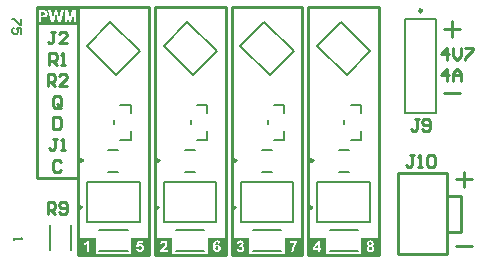
<source format=gto>
G04*
G04 #@! TF.GenerationSoftware,Altium Limited,Altium Designer,22.11.1 (43)*
G04*
G04 Layer_Color=65535*
%FSLAX44Y44*%
%MOMM*%
G71*
G04*
G04 #@! TF.SameCoordinates,C7E27A77-0888-4956-AA08-943BE8D70555*
G04*
G04*
G04 #@! TF.FilePolarity,Positive*
G04*
G01*
G75*
%ADD10C,0.2500*%
%ADD11C,0.2540*%
%ADD12C,0.2000*%
%ADD13C,0.1500*%
G36*
X140000Y45000D02*
X125000D01*
Y60000D01*
X140000D01*
Y45000D01*
D02*
G37*
G36*
X225000D02*
X210000D01*
Y60000D01*
X225000D01*
Y45000D01*
D02*
G37*
G36*
X80000Y240000D02*
X45000D01*
Y255000D01*
X80000D01*
Y240000D01*
D02*
G37*
G36*
X290000Y45000D02*
X275000D01*
Y60000D01*
X290000D01*
Y45000D01*
D02*
G37*
G36*
X95000D02*
X80000D01*
Y60000D01*
X95000D01*
Y45000D01*
D02*
G37*
G36*
X205000D02*
X190000D01*
Y60000D01*
X205000D01*
Y45000D01*
D02*
G37*
G36*
X270000D02*
X255000D01*
Y60000D01*
X270000D01*
Y45000D01*
D02*
G37*
G36*
X160000D02*
X145000D01*
Y60000D01*
X160000D01*
Y45000D01*
D02*
G37*
G36*
X335000D02*
X320000D01*
Y60000D01*
X335000D01*
Y45000D01*
D02*
G37*
%LPC*%
G36*
X135348Y57406D02*
X130400D01*
X129441Y52317D01*
X130949Y52105D01*
X131076Y52232D01*
X131203Y52345D01*
X131330Y52444D01*
X131457Y52528D01*
X131697Y52655D01*
X131922Y52740D01*
X132119Y52782D01*
X132260Y52810D01*
X132317Y52824D01*
X132401D01*
X132627Y52810D01*
X132838Y52754D01*
X133022Y52683D01*
X133177Y52599D01*
X133289Y52500D01*
X133388Y52429D01*
X133444Y52373D01*
X133459Y52359D01*
X133600Y52176D01*
X133698Y51964D01*
X133769Y51739D01*
X133811Y51513D01*
X133853Y51316D01*
X133867Y51161D01*
Y51090D01*
Y51048D01*
Y51020D01*
Y51006D01*
X133853Y50667D01*
X133811Y50371D01*
X133741Y50132D01*
X133670Y49934D01*
X133586Y49765D01*
X133529Y49652D01*
X133473Y49596D01*
X133459Y49568D01*
X133303Y49413D01*
X133134Y49286D01*
X132965Y49201D01*
X132810Y49145D01*
X132669Y49117D01*
X132556Y49103D01*
X132486Y49089D01*
X132458D01*
X132275Y49103D01*
X132091Y49145D01*
X131936Y49201D01*
X131809Y49272D01*
X131697Y49342D01*
X131612Y49399D01*
X131556Y49441D01*
X131541Y49455D01*
X131414Y49610D01*
X131302Y49765D01*
X131217Y49934D01*
X131161Y50089D01*
X131118Y50230D01*
X131090Y50357D01*
X131076Y50428D01*
Y50456D01*
X129215Y50259D01*
X129258Y50033D01*
X129300Y49822D01*
X129441Y49441D01*
X129596Y49103D01*
X129681Y48962D01*
X129779Y48821D01*
X129864Y48708D01*
X129934Y48609D01*
X130019Y48525D01*
X130075Y48440D01*
X130132Y48384D01*
X130174Y48341D01*
X130202Y48327D01*
X130216Y48313D01*
X130386Y48186D01*
X130555Y48074D01*
X130738Y47975D01*
X130921Y47904D01*
X131302Y47763D01*
X131640Y47679D01*
X131809Y47651D01*
X131950Y47636D01*
X132091Y47622D01*
X132204Y47608D01*
X132303Y47594D01*
X132430D01*
X132740Y47608D01*
X133036Y47651D01*
X133303Y47707D01*
X133557Y47792D01*
X133797Y47890D01*
X134008Y48003D01*
X134206Y48116D01*
X134389Y48243D01*
X134544Y48355D01*
X134685Y48468D01*
X134812Y48581D01*
X134911Y48680D01*
X134981Y48764D01*
X135037Y48821D01*
X135066Y48863D01*
X135080Y48877D01*
X135207Y49060D01*
X135319Y49244D01*
X135404Y49427D01*
X135489Y49624D01*
X135616Y49991D01*
X135700Y50329D01*
X135728Y50470D01*
X135742Y50611D01*
X135771Y50738D01*
Y50851D01*
X135785Y50935D01*
Y51048D01*
X135771Y51316D01*
X135742Y51570D01*
X135700Y51809D01*
X135644Y52035D01*
X135587Y52232D01*
X135503Y52429D01*
X135432Y52613D01*
X135348Y52768D01*
X135263Y52909D01*
X135192Y53036D01*
X135108Y53148D01*
X135052Y53233D01*
X134995Y53303D01*
X134953Y53360D01*
X134925Y53388D01*
X134911Y53402D01*
X134741Y53557D01*
X134572Y53698D01*
X134389Y53825D01*
X134206Y53938D01*
X134037Y54022D01*
X133853Y54093D01*
X133529Y54206D01*
X133374Y54248D01*
X133233Y54276D01*
X133106Y54290D01*
X133007Y54304D01*
X132923Y54318D01*
X132796D01*
X132556Y54304D01*
X132317Y54262D01*
X132105Y54220D01*
X131908Y54163D01*
X131753Y54093D01*
X131626Y54051D01*
X131541Y54008D01*
X131527Y53994D01*
X131513D01*
X131809Y55658D01*
X135348D01*
Y57406D01*
D02*
G37*
G36*
X217528Y57497D02*
X217401D01*
X217105Y57483D01*
X216837Y57455D01*
X216584Y57399D01*
X216372Y57342D01*
X216203Y57286D01*
X216062Y57230D01*
X215977Y57201D01*
X215963Y57187D01*
X215949D01*
X215724Y57060D01*
X215512Y56919D01*
X215343Y56778D01*
X215202Y56652D01*
X215089Y56525D01*
X215005Y56426D01*
X214948Y56370D01*
X214934Y56341D01*
X214807Y56130D01*
X214695Y55904D01*
X214610Y55665D01*
X214526Y55439D01*
X214469Y55228D01*
X214427Y55073D01*
X214413Y55002D01*
Y54960D01*
X214399Y54932D01*
Y54918D01*
X216119Y54636D01*
X216161Y54861D01*
X216217Y55059D01*
X216274Y55228D01*
X216344Y55355D01*
X216415Y55467D01*
X216471Y55552D01*
X216513Y55594D01*
X216527Y55608D01*
X216654Y55721D01*
X216795Y55806D01*
X216936Y55862D01*
X217063Y55904D01*
X217176Y55933D01*
X217260Y55947D01*
X217345D01*
X217514Y55933D01*
X217683Y55904D01*
X217810Y55848D01*
X217923Y55806D01*
X218022Y55749D01*
X218078Y55693D01*
X218120Y55665D01*
X218134Y55651D01*
X218233Y55538D01*
X218304Y55397D01*
X218360Y55270D01*
X218388Y55143D01*
X218416Y55030D01*
X218430Y54946D01*
Y54889D01*
Y54861D01*
X218416Y54650D01*
X218374Y54467D01*
X218304Y54311D01*
X218233Y54185D01*
X218148Y54072D01*
X218092Y54001D01*
X218036Y53945D01*
X218022Y53931D01*
X217852Y53818D01*
X217669Y53734D01*
X217472Y53677D01*
X217288Y53635D01*
X217119Y53621D01*
X216978Y53607D01*
X216852D01*
X216654Y52098D01*
X216837Y52140D01*
X216992Y52183D01*
X217148Y52211D01*
X217274Y52225D01*
X217373Y52239D01*
X217514D01*
X217712Y52225D01*
X217881Y52169D01*
X218036Y52112D01*
X218177Y52028D01*
X218275Y51957D01*
X218360Y51887D01*
X218416Y51830D01*
X218430Y51816D01*
X218557Y51647D01*
X218656Y51464D01*
X218726Y51281D01*
X218783Y51097D01*
X218811Y50928D01*
X218825Y50801D01*
Y50717D01*
Y50703D01*
Y50689D01*
X218811Y50421D01*
X218769Y50181D01*
X218698Y49970D01*
X218628Y49800D01*
X218543Y49674D01*
X218487Y49575D01*
X218430Y49504D01*
X218416Y49490D01*
X218261Y49349D01*
X218092Y49237D01*
X217937Y49166D01*
X217782Y49110D01*
X217641Y49082D01*
X217542Y49067D01*
X217472Y49053D01*
X217444D01*
X217246Y49067D01*
X217077Y49110D01*
X216922Y49166D01*
X216781Y49237D01*
X216682Y49293D01*
X216598Y49349D01*
X216541Y49392D01*
X216527Y49406D01*
X216400Y49561D01*
X216288Y49730D01*
X216217Y49913D01*
X216147Y50082D01*
X216104Y50237D01*
X216076Y50364D01*
X216062Y50449D01*
Y50463D01*
Y50477D01*
X214258Y50251D01*
X214286Y50026D01*
X214342Y49815D01*
X214469Y49420D01*
X214624Y49082D01*
X214723Y48941D01*
X214807Y48800D01*
X214892Y48673D01*
X214977Y48574D01*
X215047Y48475D01*
X215118Y48405D01*
X215174Y48348D01*
X215216Y48306D01*
X215245Y48278D01*
X215259Y48264D01*
X215428Y48137D01*
X215611Y48010D01*
X215780Y47911D01*
X215977Y47827D01*
X216344Y47686D01*
X216682Y47601D01*
X216852Y47573D01*
X216992Y47545D01*
X217119Y47531D01*
X217232Y47517D01*
X217331Y47503D01*
X217458D01*
X217712Y47517D01*
X217965Y47545D01*
X218191Y47587D01*
X218416Y47644D01*
X218614Y47714D01*
X218811Y47785D01*
X218994Y47869D01*
X219149Y47954D01*
X219290Y48038D01*
X219431Y48123D01*
X219530Y48193D01*
X219629Y48264D01*
X219699Y48320D01*
X219755Y48362D01*
X219784Y48391D01*
X219798Y48405D01*
X219967Y48574D01*
X220108Y48757D01*
X220235Y48941D01*
X220348Y49124D01*
X220432Y49321D01*
X220517Y49504D01*
X220630Y49843D01*
X220658Y49998D01*
X220686Y50153D01*
X220714Y50280D01*
X220728Y50392D01*
X220742Y50477D01*
Y50604D01*
X220714Y50928D01*
X220658Y51210D01*
X220587Y51478D01*
X220489Y51689D01*
X220390Y51873D01*
X220319Y52000D01*
X220263Y52084D01*
X220235Y52112D01*
X220037Y52324D01*
X219812Y52507D01*
X219586Y52648D01*
X219375Y52761D01*
X219192Y52845D01*
X219037Y52888D01*
X218980Y52916D01*
X218938D01*
X218910Y52930D01*
X218896D01*
X219149Y53085D01*
X219361Y53240D01*
X219544Y53409D01*
X219713Y53578D01*
X219854Y53748D01*
X219967Y53917D01*
X220052Y54086D01*
X220136Y54241D01*
X220193Y54396D01*
X220235Y54537D01*
X220263Y54664D01*
X220277Y54777D01*
X220291Y54861D01*
X220305Y54932D01*
Y54974D01*
Y54988D01*
X220291Y55157D01*
X220277Y55312D01*
X220193Y55623D01*
X220094Y55904D01*
X219967Y56144D01*
X219840Y56341D01*
X219727Y56482D01*
X219685Y56539D01*
X219643Y56581D01*
X219629Y56595D01*
X219615Y56609D01*
X219459Y56764D01*
X219276Y56905D01*
X219107Y57018D01*
X218924Y57117D01*
X218726Y57215D01*
X218543Y57286D01*
X218191Y57385D01*
X218036Y57427D01*
X217881Y57455D01*
X217754Y57469D01*
X217627Y57483D01*
X217528Y57497D01*
D02*
G37*
G36*
X78162Y252377D02*
X75201D01*
X73467Y245710D01*
X71719Y252377D01*
X68773D01*
Y242622D01*
X70592D01*
Y250291D01*
X72509Y242622D01*
X74412D01*
X76329Y250291D01*
X76343Y242622D01*
X78162D01*
Y252377D01*
D02*
G37*
G36*
X67772D02*
X65785D01*
X64290Y245555D01*
X62599Y252377D01*
X60230D01*
X58454Y245667D01*
X56988Y252377D01*
X54972D01*
X57284Y242622D01*
X59427D01*
X61372Y249911D01*
X63289Y242622D01*
X65418D01*
X67772Y252377D01*
D02*
G37*
G36*
X50433D02*
X46838D01*
Y242622D01*
X48812D01*
Y246302D01*
X50560D01*
X50771Y246316D01*
X50969D01*
X51152Y246330D01*
X51321Y246344D01*
X51476Y246358D01*
X51603Y246372D01*
X51730D01*
X51829Y246386D01*
X51927Y246400D01*
X51998Y246415D01*
X52054D01*
X52096Y246429D01*
X52125D01*
X52322Y246485D01*
X52505Y246556D01*
X52674Y246626D01*
X52829Y246711D01*
X52956Y246781D01*
X53055Y246837D01*
X53111Y246880D01*
X53140Y246894D01*
X53323Y247035D01*
X53478Y247190D01*
X53633Y247359D01*
X53746Y247500D01*
X53844Y247641D01*
X53915Y247754D01*
X53957Y247824D01*
X53971Y247852D01*
X54084Y248092D01*
X54169Y248346D01*
X54225Y248614D01*
X54267Y248853D01*
X54296Y249051D01*
Y249149D01*
X54310Y249220D01*
Y249375D01*
X54282Y249784D01*
X54225Y250164D01*
X54126Y250474D01*
X54028Y250756D01*
X53971Y250869D01*
X53915Y250968D01*
X53873Y251052D01*
X53816Y251137D01*
X53788Y251193D01*
X53760Y251236D01*
X53732Y251250D01*
Y251264D01*
X53506Y251518D01*
X53281Y251729D01*
X53041Y251898D01*
X52829Y252025D01*
X52632Y252110D01*
X52477Y252180D01*
X52421Y252194D01*
X52378Y252208D01*
X52350Y252222D01*
X52336D01*
X52223Y252251D01*
X52082Y252279D01*
X51913Y252293D01*
X51744Y252307D01*
X51349Y252335D01*
X50955Y252363D01*
X50588D01*
X50433Y252377D01*
D02*
G37*
%LPD*%
G36*
X50419Y250714D02*
X50546D01*
X50673Y250700D01*
X50856D01*
X50997Y250686D01*
X51095Y250672D01*
X51152Y250658D01*
X51166D01*
X51335Y250615D01*
X51490Y250559D01*
X51631Y250489D01*
X51744Y250404D01*
X51829Y250333D01*
X51899Y250277D01*
X51941Y250235D01*
X51955Y250221D01*
X52068Y250080D01*
X52139Y249939D01*
X52195Y249784D01*
X52237Y249643D01*
X52266Y249516D01*
X52280Y249417D01*
Y249361D01*
Y249333D01*
X52266Y249177D01*
X52252Y249037D01*
X52209Y248910D01*
X52167Y248797D01*
X52125Y248698D01*
X52096Y248628D01*
X52068Y248585D01*
X52054Y248571D01*
X51969Y248459D01*
X51857Y248360D01*
X51758Y248275D01*
X51659Y248205D01*
X51575Y248162D01*
X51504Y248120D01*
X51448Y248106D01*
X51434Y248092D01*
X51349Y248064D01*
X51251Y248050D01*
X51025Y248008D01*
X50771Y247979D01*
X50518Y247965D01*
X50264D01*
X50165Y247951D01*
X48812D01*
Y250728D01*
X50278D01*
X50419Y250714D01*
D02*
G37*
%LPC*%
G36*
X284798Y57399D02*
X283219D01*
X278990Y51182D01*
Y49561D01*
X282993D01*
Y47601D01*
X284798D01*
Y49561D01*
X286010D01*
Y51196D01*
X284798D01*
Y57399D01*
D02*
G37*
%LPD*%
G36*
X282993Y51196D02*
X280724D01*
X282993Y54551D01*
Y51196D01*
D02*
G37*
%LPC*%
G36*
X89643Y57406D02*
X88120D01*
X87979Y57081D01*
X87796Y56785D01*
X87599Y56504D01*
X87401Y56278D01*
X87232Y56095D01*
X87077Y55954D01*
X87021Y55897D01*
X86978Y55855D01*
X86950Y55841D01*
X86936Y55827D01*
X86626Y55601D01*
X86330Y55404D01*
X86062Y55249D01*
X85822Y55136D01*
X85625Y55052D01*
X85484Y54981D01*
X85428Y54967D01*
X85386Y54953D01*
X85371Y54939D01*
X85357D01*
Y53247D01*
X85865Y53444D01*
X86316Y53656D01*
X86527Y53769D01*
X86725Y53896D01*
X86908Y54008D01*
X87077Y54121D01*
X87232Y54234D01*
X87373Y54333D01*
X87486Y54417D01*
X87585Y54502D01*
X87669Y54572D01*
X87726Y54615D01*
X87754Y54643D01*
X87768Y54657D01*
Y47594D01*
X89643D01*
Y57406D01*
D02*
G37*
G36*
X197916Y57497D02*
X197803D01*
X197507Y57483D01*
X197239Y57441D01*
X196971Y57385D01*
X196732Y57314D01*
X196506Y57215D01*
X196281Y57117D01*
X196097Y57004D01*
X195914Y56905D01*
X195759Y56792D01*
X195618Y56680D01*
X195505Y56581D01*
X195407Y56482D01*
X195322Y56412D01*
X195266Y56356D01*
X195238Y56313D01*
X195223Y56299D01*
X195054Y56059D01*
X194899Y55792D01*
X194772Y55496D01*
X194660Y55200D01*
X194561Y54875D01*
X194476Y54551D01*
X194406Y54227D01*
X194363Y53917D01*
X194321Y53621D01*
X194293Y53339D01*
X194265Y53085D01*
X194251Y52860D01*
X194237Y52676D01*
Y52422D01*
X194251Y51943D01*
X194279Y51506D01*
X194321Y51097D01*
X194392Y50731D01*
X194462Y50378D01*
X194533Y50068D01*
X194617Y49800D01*
X194716Y49547D01*
X194800Y49335D01*
X194885Y49152D01*
X194956Y48997D01*
X195040Y48870D01*
X195096Y48771D01*
X195139Y48701D01*
X195167Y48659D01*
X195181Y48644D01*
X195364Y48447D01*
X195562Y48264D01*
X195759Y48109D01*
X195970Y47982D01*
X196168Y47869D01*
X196379Y47785D01*
X196577Y47700D01*
X196760Y47644D01*
X196943Y47601D01*
X197098Y47559D01*
X197253Y47545D01*
X197380Y47517D01*
X197479D01*
X197549Y47503D01*
X197620D01*
X197874Y47517D01*
X198113Y47545D01*
X198339Y47587D01*
X198550Y47644D01*
X198762Y47714D01*
X198945Y47785D01*
X199114Y47869D01*
X199269Y47954D01*
X199410Y48038D01*
X199523Y48123D01*
X199636Y48193D01*
X199720Y48264D01*
X199791Y48320D01*
X199833Y48362D01*
X199861Y48391D01*
X199875Y48405D01*
X200030Y48574D01*
X200171Y48771D01*
X200284Y48969D01*
X200383Y49166D01*
X200481Y49363D01*
X200552Y49561D01*
X200651Y49956D01*
X200693Y50125D01*
X200721Y50294D01*
X200735Y50435D01*
X200749Y50562D01*
X200763Y50674D01*
Y50815D01*
X200749Y51083D01*
X200721Y51323D01*
X200679Y51563D01*
X200637Y51774D01*
X200566Y51986D01*
X200496Y52169D01*
X200425Y52352D01*
X200341Y52507D01*
X200256Y52648D01*
X200186Y52775D01*
X200115Y52874D01*
X200044Y52972D01*
X200002Y53043D01*
X199960Y53085D01*
X199932Y53113D01*
X199918Y53127D01*
X199763Y53282D01*
X199593Y53423D01*
X199424Y53550D01*
X199255Y53649D01*
X199086Y53734D01*
X198917Y53804D01*
X198607Y53917D01*
X198466Y53959D01*
X198325Y53987D01*
X198212Y54001D01*
X198113Y54015D01*
X198029Y54029D01*
X197916D01*
X197719Y54015D01*
X197535Y53987D01*
X197366Y53959D01*
X197197Y53903D01*
X196901Y53762D01*
X196647Y53621D01*
X196450Y53466D01*
X196365Y53395D01*
X196295Y53325D01*
X196238Y53268D01*
X196196Y53240D01*
X196182Y53212D01*
X196168Y53198D01*
X196196Y53494D01*
X196224Y53776D01*
X196252Y54029D01*
X196295Y54255D01*
X196337Y54452D01*
X196379Y54636D01*
X196422Y54791D01*
X196478Y54932D01*
X196520Y55059D01*
X196549Y55157D01*
X196591Y55242D01*
X196619Y55298D01*
X196647Y55355D01*
X196675Y55383D01*
X196689Y55411D01*
X196845Y55594D01*
X197014Y55721D01*
X197183Y55820D01*
X197338Y55876D01*
X197479Y55918D01*
X197592Y55933D01*
X197662Y55947D01*
X197690D01*
X197845Y55933D01*
X198001Y55904D01*
X198127Y55862D01*
X198226Y55820D01*
X198311Y55764D01*
X198367Y55721D01*
X198409Y55693D01*
X198423Y55679D01*
X198522Y55566D01*
X198592Y55439D01*
X198663Y55298D01*
X198705Y55171D01*
X198734Y55044D01*
X198762Y54946D01*
X198776Y54889D01*
Y54861D01*
X200580Y55059D01*
X200481Y55482D01*
X200341Y55834D01*
X200186Y56144D01*
X200030Y56412D01*
X199875Y56609D01*
X199819Y56680D01*
X199748Y56750D01*
X199706Y56792D01*
X199664Y56835D01*
X199650Y56863D01*
X199636D01*
X199495Y56976D01*
X199354Y57074D01*
X199044Y57230D01*
X198734Y57342D01*
X198452Y57413D01*
X198198Y57469D01*
X198085Y57483D01*
X197986D01*
X197916Y57497D01*
D02*
G37*
%LPD*%
G36*
X197817Y52634D02*
X198001Y52578D01*
X198155Y52507D01*
X198297Y52422D01*
X198409Y52338D01*
X198480Y52267D01*
X198536Y52211D01*
X198550Y52197D01*
X198677Y52014D01*
X198776Y51788D01*
X198832Y51549D01*
X198889Y51323D01*
X198917Y51111D01*
X198931Y50942D01*
Y50886D01*
Y50830D01*
Y50801D01*
Y50787D01*
X198917Y50463D01*
X198874Y50181D01*
X198818Y49956D01*
X198762Y49772D01*
X198691Y49631D01*
X198635Y49533D01*
X198592Y49462D01*
X198578Y49448D01*
X198438Y49321D01*
X198297Y49222D01*
X198141Y49152D01*
X198015Y49110D01*
X197888Y49082D01*
X197789Y49053D01*
X197704D01*
X197507Y49082D01*
X197324Y49138D01*
X197169Y49208D01*
X197028Y49307D01*
X196915Y49392D01*
X196816Y49476D01*
X196760Y49533D01*
X196746Y49547D01*
X196605Y49744D01*
X196506Y49970D01*
X196436Y50209D01*
X196393Y50435D01*
X196365Y50646D01*
X196337Y50801D01*
Y50872D01*
Y50914D01*
Y50942D01*
Y50956D01*
X196351Y51252D01*
X196393Y51506D01*
X196450Y51718D01*
X196520Y51901D01*
X196591Y52028D01*
X196647Y52126D01*
X196689Y52197D01*
X196703Y52211D01*
X196845Y52352D01*
X197000Y52465D01*
X197155Y52535D01*
X197296Y52592D01*
X197423Y52620D01*
X197535Y52648D01*
X197620D01*
X197817Y52634D01*
D02*
G37*
%LPC*%
G36*
X265700Y57314D02*
X259300D01*
Y55580D01*
X263543D01*
X263078Y54946D01*
X262669Y54283D01*
X262472Y53973D01*
X262303Y53649D01*
X262148Y53353D01*
X262007Y53071D01*
X261880Y52803D01*
X261767Y52563D01*
X261668Y52338D01*
X261584Y52155D01*
X261527Y52014D01*
X261485Y51901D01*
X261457Y51830D01*
X261443Y51802D01*
X261302Y51407D01*
X261175Y51027D01*
X261076Y50646D01*
X260977Y50280D01*
X260907Y49913D01*
X260837Y49575D01*
X260780Y49251D01*
X260738Y48955D01*
X260696Y48687D01*
X260667Y48433D01*
X260639Y48222D01*
X260625Y48038D01*
Y47883D01*
X260611Y47771D01*
Y47714D01*
Y47686D01*
X262415D01*
X262430Y48179D01*
X262472Y48687D01*
X262542Y49180D01*
X262570Y49406D01*
X262613Y49631D01*
X262655Y49829D01*
X262697Y50026D01*
X262726Y50181D01*
X262754Y50322D01*
X262782Y50449D01*
X262810Y50533D01*
X262824Y50590D01*
Y50604D01*
X263008Y51210D01*
X263205Y51788D01*
X263304Y52056D01*
X263416Y52310D01*
X263515Y52549D01*
X263614Y52775D01*
X263712Y52972D01*
X263797Y53155D01*
X263881Y53325D01*
X263938Y53452D01*
X263994Y53564D01*
X264037Y53635D01*
X264065Y53691D01*
X264079Y53705D01*
X264234Y53973D01*
X264389Y54227D01*
X264530Y54452D01*
X264671Y54678D01*
X264812Y54875D01*
X264953Y55059D01*
X265080Y55228D01*
X265193Y55383D01*
X265305Y55524D01*
X265404Y55637D01*
X265489Y55735D01*
X265559Y55820D01*
X265615Y55876D01*
X265658Y55918D01*
X265686Y55947D01*
X265700Y55961D01*
Y57314D01*
D02*
G37*
G36*
X152817Y57406D02*
X152676D01*
X152437Y57392D01*
X152211Y57378D01*
X151774Y57307D01*
X151407Y57194D01*
X151238Y57138D01*
X151083Y57067D01*
X150942Y57011D01*
X150829Y56941D01*
X150717Y56884D01*
X150632Y56842D01*
X150562Y56785D01*
X150519Y56757D01*
X150491Y56743D01*
X150477Y56729D01*
X150322Y56588D01*
X150181Y56447D01*
X150054Y56278D01*
X149941Y56095D01*
X149772Y55728D01*
X149631Y55376D01*
X149589Y55192D01*
X149547Y55037D01*
X149504Y54896D01*
X149490Y54770D01*
X149462Y54657D01*
Y54586D01*
X149448Y54530D01*
Y54516D01*
X151309Y54333D01*
X151337Y54615D01*
X151393Y54854D01*
X151450Y55066D01*
X151520Y55221D01*
X151577Y55348D01*
X151633Y55432D01*
X151675Y55489D01*
X151689Y55503D01*
X151830Y55615D01*
X151986Y55700D01*
X152141Y55771D01*
X152296Y55813D01*
X152423Y55841D01*
X152535Y55855D01*
X152634D01*
X152845Y55841D01*
X153029Y55799D01*
X153184Y55742D01*
X153325Y55686D01*
X153423Y55630D01*
X153508Y55573D01*
X153550Y55531D01*
X153564Y55517D01*
X153677Y55376D01*
X153762Y55221D01*
X153818Y55066D01*
X153860Y54911D01*
X153889Y54770D01*
X153903Y54643D01*
Y54572D01*
Y54558D01*
Y54544D01*
X153889Y54333D01*
X153846Y54135D01*
X153776Y53938D01*
X153705Y53769D01*
X153635Y53614D01*
X153564Y53501D01*
X153522Y53430D01*
X153508Y53402D01*
X153452Y53318D01*
X153367Y53219D01*
X153254Y53092D01*
X153141Y52979D01*
X152888Y52712D01*
X152634Y52444D01*
X152380Y52190D01*
X152267Y52077D01*
X152155Y51993D01*
X152070Y51908D01*
X152014Y51852D01*
X151971Y51809D01*
X151957Y51795D01*
X151675Y51527D01*
X151422Y51274D01*
X151182Y51034D01*
X150970Y50823D01*
X150773Y50611D01*
X150604Y50414D01*
X150449Y50244D01*
X150322Y50075D01*
X150209Y49934D01*
X150111Y49808D01*
X150026Y49709D01*
X149970Y49610D01*
X149913Y49554D01*
X149885Y49497D01*
X149857Y49469D01*
Y49455D01*
X149674Y49131D01*
X149533Y48793D01*
X149420Y48482D01*
X149335Y48200D01*
X149279Y47947D01*
X149265Y47848D01*
X149251Y47763D01*
X149237Y47693D01*
X149222Y47636D01*
Y47594D01*
X155778D01*
Y49328D01*
X152056D01*
X152169Y49511D01*
X152296Y49667D01*
X152352Y49737D01*
X152394Y49793D01*
X152423Y49822D01*
X152437Y49836D01*
X152493Y49892D01*
X152549Y49963D01*
X152718Y50118D01*
X152902Y50301D01*
X153085Y50484D01*
X153268Y50653D01*
X153423Y50794D01*
X153480Y50851D01*
X153522Y50893D01*
X153550Y50907D01*
X153564Y50921D01*
X153875Y51217D01*
X154128Y51457D01*
X154340Y51682D01*
X154509Y51852D01*
X154636Y51993D01*
X154720Y52091D01*
X154777Y52162D01*
X154791Y52176D01*
X154974Y52415D01*
X155129Y52641D01*
X155256Y52852D01*
X155355Y53036D01*
X155439Y53191D01*
X155496Y53318D01*
X155524Y53388D01*
X155538Y53416D01*
X155623Y53642D01*
X155679Y53867D01*
X155721Y54079D01*
X155749Y54276D01*
X155764Y54431D01*
X155778Y54558D01*
Y54671D01*
X155764Y54882D01*
X155735Y55094D01*
X155707Y55291D01*
X155651Y55475D01*
X155510Y55799D01*
X155369Y56081D01*
X155284Y56207D01*
X155214Y56306D01*
X155143Y56405D01*
X155073Y56475D01*
X155016Y56532D01*
X154988Y56588D01*
X154960Y56602D01*
X154946Y56616D01*
X154791Y56757D01*
X154607Y56884D01*
X154438Y56983D01*
X154241Y57067D01*
X153875Y57208D01*
X153508Y57307D01*
X153339Y57335D01*
X153184Y57364D01*
X153043Y57378D01*
X152916Y57392D01*
X152817Y57406D01*
D02*
G37*
G36*
X327599Y57497D02*
X327458D01*
X327204Y57483D01*
X326964Y57469D01*
X326739Y57427D01*
X326527Y57385D01*
X326330Y57328D01*
X326147Y57272D01*
X325992Y57201D01*
X325851Y57145D01*
X325710Y57074D01*
X325597Y57004D01*
X325512Y56948D01*
X325428Y56891D01*
X325371Y56849D01*
X325329Y56807D01*
X325301Y56792D01*
X325287Y56778D01*
X325160Y56638D01*
X325033Y56497D01*
X324934Y56341D01*
X324850Y56200D01*
X324709Y55890D01*
X324624Y55608D01*
X324568Y55355D01*
X324554Y55242D01*
X324540Y55157D01*
X324525Y55073D01*
Y55016D01*
Y54988D01*
Y54974D01*
X324540Y54734D01*
X324582Y54523D01*
X324624Y54311D01*
X324695Y54142D01*
X324751Y53987D01*
X324793Y53889D01*
X324836Y53818D01*
X324850Y53790D01*
X324991Y53607D01*
X325160Y53438D01*
X325329Y53296D01*
X325512Y53170D01*
X325667Y53085D01*
X325794Y53014D01*
X325879Y52972D01*
X325893Y52958D01*
X325907D01*
X325611Y52803D01*
X325357Y52648D01*
X325146Y52479D01*
X324977Y52310D01*
X324836Y52155D01*
X324737Y52042D01*
X324681Y51957D01*
X324666Y51943D01*
Y51929D01*
X324540Y51675D01*
X324441Y51422D01*
X324385Y51168D01*
X324328Y50942D01*
X324300Y50759D01*
X324286Y50604D01*
Y50463D01*
X324300Y50195D01*
X324328Y49956D01*
X324385Y49716D01*
X324455Y49504D01*
X324525Y49293D01*
X324610Y49110D01*
X324709Y48941D01*
X324808Y48785D01*
X324906Y48659D01*
X325005Y48532D01*
X325089Y48433D01*
X325160Y48348D01*
X325230Y48278D01*
X325287Y48236D01*
X325315Y48208D01*
X325329Y48193D01*
X325498Y48067D01*
X325681Y47968D01*
X325865Y47869D01*
X326048Y47799D01*
X326414Y47672D01*
X326767Y47587D01*
X326936Y47559D01*
X327077Y47545D01*
X327204Y47531D01*
X327317Y47517D01*
X327415Y47503D01*
X327542D01*
X327810Y47517D01*
X328050Y47545D01*
X328289Y47587D01*
X328515Y47629D01*
X328712Y47700D01*
X328896Y47771D01*
X329079Y47841D01*
X329234Y47926D01*
X329375Y48010D01*
X329488Y48081D01*
X329600Y48151D01*
X329685Y48222D01*
X329756Y48264D01*
X329798Y48306D01*
X329826Y48334D01*
X329840Y48348D01*
X329995Y48518D01*
X330122Y48687D01*
X330249Y48870D01*
X330348Y49053D01*
X330432Y49237D01*
X330503Y49420D01*
X330601Y49772D01*
X330644Y49927D01*
X330672Y50068D01*
X330686Y50209D01*
X330700Y50322D01*
X330714Y50421D01*
Y50548D01*
X330700Y50844D01*
X330644Y51111D01*
X330587Y51365D01*
X330503Y51577D01*
X330432Y51746D01*
X330362Y51873D01*
X330305Y51957D01*
X330291Y51986D01*
X330122Y52211D01*
X329925Y52408D01*
X329713Y52578D01*
X329516Y52704D01*
X329333Y52817D01*
X329192Y52902D01*
X329135Y52930D01*
X329093Y52944D01*
X329065Y52958D01*
X329051D01*
X329276Y53071D01*
X329474Y53198D01*
X329643Y53325D01*
X329784Y53466D01*
X329897Y53578D01*
X329967Y53677D01*
X330023Y53734D01*
X330037Y53762D01*
X330164Y53973D01*
X330249Y54185D01*
X330319Y54382D01*
X330362Y54565D01*
X330390Y54734D01*
X330404Y54861D01*
Y54946D01*
Y54960D01*
Y54974D01*
X330390Y55171D01*
X330376Y55369D01*
X330277Y55721D01*
X330164Y56017D01*
X330023Y56285D01*
X329868Y56497D01*
X329812Y56581D01*
X329756Y56652D01*
X329699Y56708D01*
X329657Y56750D01*
X329643Y56764D01*
X329629Y56778D01*
X329474Y56905D01*
X329319Y57018D01*
X329135Y57117D01*
X328966Y57201D01*
X328600Y57328D01*
X328247Y57413D01*
X328092Y57441D01*
X327937Y57455D01*
X327810Y57469D01*
X327683Y57483D01*
X327599Y57497D01*
D02*
G37*
%LPD*%
G36*
X327655Y56003D02*
X327824Y55961D01*
X327965Y55918D01*
X328092Y55862D01*
X328191Y55792D01*
X328261Y55749D01*
X328303Y55707D01*
X328318Y55693D01*
X328430Y55566D01*
X328501Y55425D01*
X328557Y55284D01*
X328600Y55143D01*
X328628Y55030D01*
X328642Y54932D01*
Y54875D01*
Y54847D01*
X328628Y54650D01*
X328586Y54467D01*
X328543Y54326D01*
X328487Y54199D01*
X328416Y54086D01*
X328374Y54015D01*
X328332Y53973D01*
X328318Y53959D01*
X328191Y53860D01*
X328050Y53776D01*
X327909Y53719D01*
X327768Y53691D01*
X327641Y53663D01*
X327542Y53649D01*
X327458D01*
X327275Y53663D01*
X327105Y53691D01*
X326964Y53748D01*
X326837Y53804D01*
X326739Y53860D01*
X326668Y53917D01*
X326626Y53945D01*
X326612Y53959D01*
X326513Y54086D01*
X326429Y54227D01*
X326372Y54368D01*
X326344Y54509D01*
X326316Y54636D01*
X326302Y54734D01*
Y54805D01*
Y54833D01*
X326316Y55030D01*
X326344Y55200D01*
X326400Y55341D01*
X326457Y55467D01*
X326513Y55566D01*
X326570Y55637D01*
X326598Y55679D01*
X326612Y55693D01*
X326739Y55806D01*
X326880Y55876D01*
X327021Y55933D01*
X327162Y55975D01*
X327289Y56003D01*
X327387Y56017D01*
X327472D01*
X327655Y56003D01*
D02*
G37*
G36*
X327697Y52155D02*
X327895Y52098D01*
X328064Y52042D01*
X328205Y51957D01*
X328318Y51887D01*
X328402Y51816D01*
X328459Y51760D01*
X328473Y51746D01*
X328600Y51577D01*
X328698Y51393D01*
X328769Y51210D01*
X328825Y51027D01*
X328853Y50872D01*
X328867Y50745D01*
Y50660D01*
Y50646D01*
Y50632D01*
X328853Y50350D01*
X328811Y50111D01*
X328741Y49899D01*
X328670Y49730D01*
X328600Y49589D01*
X328529Y49504D01*
X328487Y49434D01*
X328473Y49420D01*
X328318Y49279D01*
X328163Y49180D01*
X328008Y49110D01*
X327852Y49067D01*
X327711Y49039D01*
X327613Y49011D01*
X327514D01*
X327303Y49025D01*
X327105Y49082D01*
X326936Y49152D01*
X326795Y49222D01*
X326682Y49307D01*
X326598Y49363D01*
X326541Y49420D01*
X326527Y49434D01*
X326400Y49617D01*
X326302Y49815D01*
X326231Y50012D01*
X326189Y50209D01*
X326161Y50392D01*
X326133Y50533D01*
Y50590D01*
Y50632D01*
Y50646D01*
Y50660D01*
X326147Y50858D01*
X326189Y51055D01*
X326231Y51224D01*
X326302Y51379D01*
X326358Y51506D01*
X326400Y51605D01*
X326443Y51661D01*
X326457Y51689D01*
X326598Y51845D01*
X326767Y51971D01*
X326936Y52056D01*
X327105Y52112D01*
X327246Y52140D01*
X327373Y52169D01*
X327486D01*
X327697Y52155D01*
D02*
G37*
D10*
X149000Y125250D02*
G03*
X149000Y125250I-1250J0D01*
G01*
X84000D02*
G03*
X84000Y125250I-1250J0D01*
G01*
X214000D02*
G03*
X214000Y125250I-1250J0D01*
G01*
X279000D02*
G03*
X279000Y125250I-1250J0D01*
G01*
X371250Y252000D02*
G03*
X371250Y252000I-1250J0D01*
G01*
X278000Y85500D02*
G03*
X278000Y85500I-1250J0D01*
G01*
X148000D02*
G03*
X148000Y85500I-1250J0D01*
G01*
X213000D02*
G03*
X213000Y85500I-1250J0D01*
G01*
X83000D02*
G03*
X83000Y85500I-1250J0D01*
G01*
D11*
X210000Y45000D02*
X270000D01*
X210000Y255000D02*
X270000D01*
Y45000D02*
Y255000D01*
X210000Y45000D02*
Y255000D01*
X145000Y45000D02*
X205000D01*
X145000Y255000D02*
X205000D01*
Y45000D02*
Y255000D01*
X145000Y45000D02*
Y255000D01*
X80000Y45000D02*
X140000D01*
X80000Y255000D02*
X140000D01*
Y45000D02*
Y255000D01*
X80000Y45000D02*
Y255000D01*
X45000Y110000D02*
X80000D01*
X45000Y255000D02*
X80000D01*
Y110000D02*
Y255000D01*
X45000Y110000D02*
Y255000D01*
X275000Y45000D02*
X335000D01*
X275000Y255000D02*
X335000D01*
Y45000D02*
Y255000D01*
X275000Y45000D02*
Y255000D01*
X392500Y95000D02*
X404000D01*
X392500Y65000D02*
X404000D01*
Y95000D01*
X392500Y65000D02*
Y95000D01*
X350700Y114250D02*
X392500D01*
X350700Y45750D02*
X392500D01*
Y114250D01*
X350700Y45750D02*
Y114250D01*
X60834Y234275D02*
X57502D01*
X59168D01*
Y225944D01*
X57502Y224278D01*
X55835D01*
X54169Y225944D01*
X70831Y224278D02*
X64166D01*
X70831Y230942D01*
Y232609D01*
X69165Y234275D01*
X65832D01*
X64166Y232609D01*
X55835Y206186D02*
Y216183D01*
X60834D01*
X62500Y214517D01*
Y211184D01*
X60834Y209518D01*
X55835D01*
X59168D02*
X62500Y206186D01*
X65832D02*
X69165D01*
X67498D01*
Y216183D01*
X65832Y214517D01*
X54169Y188094D02*
Y198090D01*
X59168D01*
X60834Y196424D01*
Y193092D01*
X59168Y191426D01*
X54169D01*
X57502D02*
X60834Y188094D01*
X70831D02*
X64166D01*
X70831Y194758D01*
Y196424D01*
X69165Y198090D01*
X65832D01*
X64166Y196424D01*
X65832Y171668D02*
Y178332D01*
X64166Y179998D01*
X60834D01*
X59168Y178332D01*
Y171668D01*
X60834Y170002D01*
X64166D01*
X62500Y173334D02*
X65832Y170002D01*
X64166D02*
X65832Y171668D01*
X59168Y161906D02*
Y151910D01*
X64166D01*
X65832Y153576D01*
Y160240D01*
X64166Y161906D01*
X59168D01*
X62500Y143814D02*
X59168D01*
X60834D01*
Y135484D01*
X59168Y133817D01*
X57502D01*
X55835Y135484D01*
X65832Y133817D02*
X69165D01*
X67498D01*
Y143814D01*
X65832Y142148D01*
X65832Y124056D02*
X64166Y125722D01*
X60834D01*
X59168Y124056D01*
Y117391D01*
X60834Y115725D01*
X64166D01*
X65832Y117391D01*
X392538Y210632D02*
Y220629D01*
X387540Y215630D01*
X394204D01*
X397537Y220629D02*
Y213964D01*
X400869Y210632D01*
X404201Y213964D01*
Y220629D01*
X407534D02*
X414198D01*
Y218963D01*
X407534Y212298D01*
Y210632D01*
X392538Y192540D02*
Y202537D01*
X387540Y197538D01*
X394204D01*
X397537Y192540D02*
Y199205D01*
X400869Y202537D01*
X404201Y199205D01*
Y192540D01*
Y197538D01*
X397537D01*
X390040Y182540D02*
X403369D01*
X390040Y236705D02*
X403369D01*
X396704Y243369D02*
Y230040D01*
X400040Y52540D02*
X413369D01*
X400040Y109205D02*
X413369D01*
X406704Y115869D02*
Y102540D01*
X364169Y129998D02*
X360836D01*
X362502D01*
Y121668D01*
X360836Y120002D01*
X359170D01*
X357504Y121668D01*
X367501Y120002D02*
X370833D01*
X369167D01*
Y129998D01*
X367501Y128332D01*
X375831D02*
X377498Y129998D01*
X380830D01*
X382496Y128332D01*
Y121668D01*
X380830Y120002D01*
X377498D01*
X375831Y121668D01*
Y128332D01*
X368334Y159998D02*
X365002D01*
X366668D01*
Y151668D01*
X365002Y150002D01*
X363335D01*
X361669Y151668D01*
X371666D02*
X373332Y150002D01*
X376665D01*
X378331Y151668D01*
Y158332D01*
X376665Y159998D01*
X373332D01*
X371666Y158332D01*
Y156666D01*
X373332Y155000D01*
X378331D01*
X54169Y80002D02*
Y89998D01*
X59168D01*
X60834Y88332D01*
Y85000D01*
X59168Y83334D01*
X54169D01*
X57502D02*
X60834Y80002D01*
X64166Y81668D02*
X65832Y80002D01*
X69165D01*
X70831Y81668D01*
Y88332D01*
X69165Y89998D01*
X65832D01*
X64166Y88332D01*
Y86666D01*
X65832Y85000D01*
X70831D01*
D12*
X170750Y115500D02*
X179250D01*
X170750Y134500D02*
X179250D01*
X105750Y115500D02*
X114250D01*
X105750Y134500D02*
X114250D01*
X175500Y155750D02*
Y159250D01*
X180750Y142500D02*
X189500D01*
Y165250D02*
Y172500D01*
Y142500D02*
Y149750D01*
X180750Y172500D02*
X189500D01*
X110500Y155750D02*
Y159250D01*
X115750Y142500D02*
X124500D01*
Y165250D02*
Y172500D01*
Y142500D02*
Y149750D01*
X115750Y172500D02*
X124500D01*
X235750Y115500D02*
X244250D01*
X235750Y134500D02*
X244250D01*
X300750Y115500D02*
X309250D01*
X300750Y134500D02*
X309250D01*
X240500Y155750D02*
Y159250D01*
X245750Y142500D02*
X254500D01*
Y165250D02*
Y172500D01*
Y142500D02*
Y149750D01*
X245750Y172500D02*
X254500D01*
X305500Y155750D02*
Y159250D01*
X310750Y142500D02*
X319500D01*
Y165250D02*
Y172500D01*
Y142500D02*
Y149750D01*
X310750Y172500D02*
X319500D01*
X356650Y245000D02*
X383350D01*
X356650Y165000D02*
Y245000D01*
Y165000D02*
X383350D01*
Y245000D01*
X177510Y197408D02*
X197592Y217490D01*
X152408Y222510D02*
X172490Y242592D01*
X152408Y222510D02*
X177510Y197408D01*
X172490Y242592D02*
X197592Y217490D01*
X242510Y197408D02*
X262592Y217490D01*
X217408Y222510D02*
X237490Y242592D01*
X217408Y222510D02*
X242510Y197408D01*
X237490Y242592D02*
X262592Y217490D01*
X307510Y197408D02*
X327592Y217490D01*
X282408Y222510D02*
X302490Y242592D01*
X282408Y222510D02*
X307510Y197408D01*
X302490Y242592D02*
X327592Y217490D01*
X112510Y197408D02*
X132592Y217490D01*
X87408Y222510D02*
X107490Y242592D01*
X87408Y222510D02*
X112510Y197408D01*
X107490Y242592D02*
X132592Y217490D01*
X282750Y73000D02*
X327250D01*
X282750D02*
Y107000D01*
X327250D01*
Y73000D02*
Y107000D01*
X292939Y66061D02*
X317061D01*
X292939Y48939D02*
X317061D01*
X197250Y73000D02*
Y107000D01*
X152750D02*
X197250D01*
X152750Y73000D02*
Y107000D01*
Y73000D02*
X197250D01*
X162939Y48939D02*
X187061D01*
X162939Y66061D02*
X187061D01*
X262250Y73000D02*
Y107000D01*
X217750D02*
X262250D01*
X217750Y73000D02*
Y107000D01*
Y73000D02*
X262250D01*
X227939Y48939D02*
X252061D01*
X227939Y66061D02*
X252061D01*
X56250Y49709D02*
Y70291D01*
X73750Y49709D02*
Y70291D01*
X132250Y73000D02*
Y107000D01*
X87750D02*
X132250D01*
X87750Y73000D02*
Y107000D01*
Y73000D02*
X132250D01*
X97939Y48939D02*
X122061D01*
X97939Y66061D02*
X122061D01*
D13*
X25500Y60000D02*
Y57501D01*
Y58750D01*
X32998D01*
X31748Y60000D01*
X31998Y245000D02*
Y240002D01*
X30748D01*
X25750Y245000D01*
X24500D01*
X31998Y232504D02*
Y237502D01*
X28249D01*
X29498Y235003D01*
Y233754D01*
X28249Y232504D01*
X25750D01*
X24500Y233754D01*
Y236253D01*
X25750Y237502D01*
M02*

</source>
